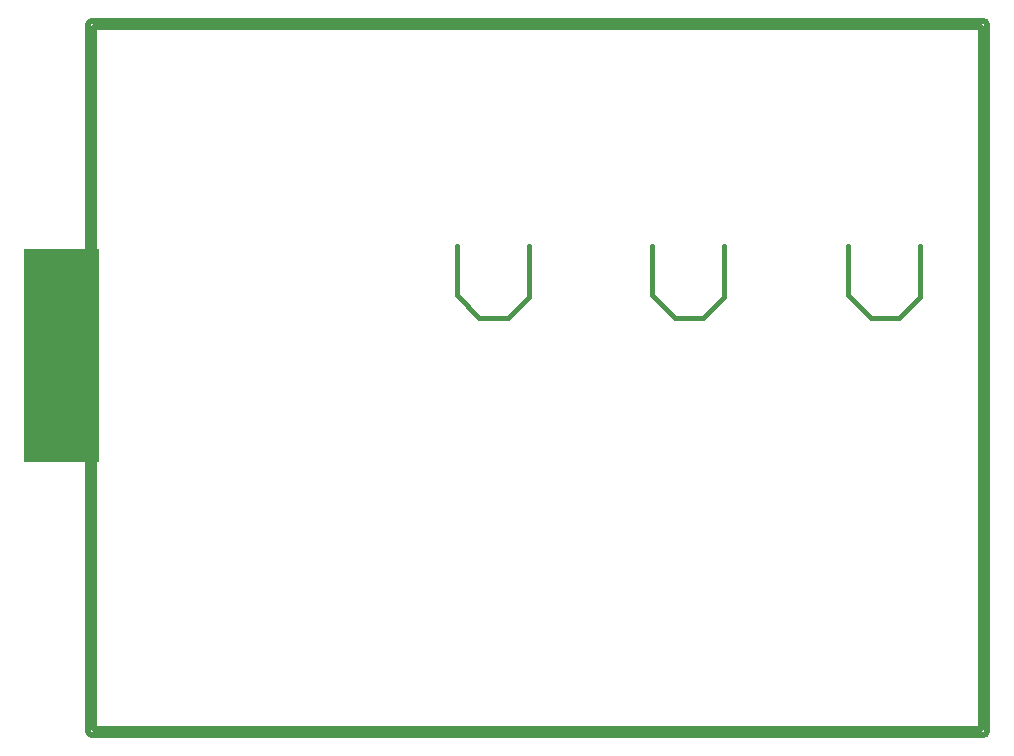
<source format=gko>
G04*
G04 #@! TF.GenerationSoftware,Altium Limited,Altium Designer,21.3.2 (30)*
G04*
G04 Layer_Color=16711935*
%FSTAX24Y24*%
%MOIN*%
G70*
G04*
G04 #@! TF.SameCoordinates,4D29D3D3-CB23-4B61-9135-448C7089281F*
G04*
G04*
G04 #@! TF.FilePolarity,Positive*
G04*
G01*
G75*
%ADD16C,0.0150*%
%ADD105C,0.0200*%
G36*
X022838Y034257D02*
X020357D01*
Y041343D01*
X022838D01*
Y034257D01*
D02*
G37*
D16*
X034775Y0398D02*
Y04145D01*
Y0398D02*
X035525Y03905D01*
X036475D01*
X037175Y03975D01*
Y04145D01*
X047825Y0398D02*
Y04145D01*
Y0398D02*
X048575Y03905D01*
X049525D01*
X050225Y03975D01*
Y04145D01*
X0437Y03975D02*
Y04145D01*
X043Y03905D02*
X0437Y03975D01*
X04205Y03905D02*
X043D01*
X0413Y0398D02*
X04205Y03905D01*
X0413Y0398D02*
Y04145D01*
D105*
X05245Y04885D02*
G03*
X05235Y04895I-0001J0D01*
G01*
X05245Y04885D02*
G03*
X05235Y04895I-0001J0D01*
G01*
Y02515D02*
G03*
X05245Y02525I0J0001D01*
G01*
X05235Y02515D02*
G03*
X05245Y02525I0J0001D01*
G01*
X0226Y04895D02*
G03*
X0225Y04885I0J-0001D01*
G01*
X0226Y04895D02*
G03*
X0225Y04885I0J-0001D01*
G01*
Y02525D02*
G03*
X0226Y02515I0001J0D01*
G01*
X0225Y02525D02*
G03*
X0226Y02515I0001J0D01*
G01*
X0227Y02535D02*
Y04875D01*
X05245Y02525D02*
Y04885D01*
X05225Y02535D02*
Y04875D01*
X0227D02*
X05225D01*
X0226Y04895D02*
X05235D01*
X0227Y02535D02*
X05225D01*
X0226Y02515D02*
X05235D01*
X0225Y02525D02*
Y04885D01*
M02*

</source>
